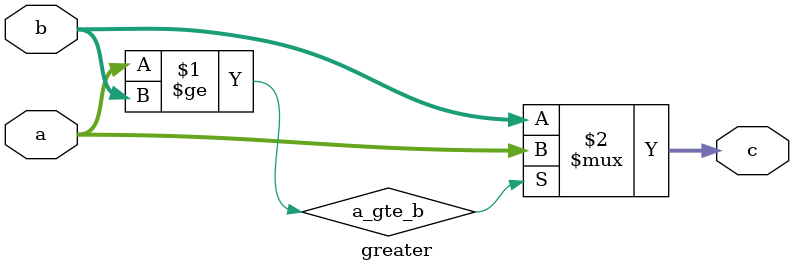
<source format=sv>
module greater(
		input logic [11:0] a,b,
		output logic [11:0] c
	);
	logic a_gte_b;
	assign a_gte_b = a >= b;
	assign c = a_gte_b ? a : b;
endmodule

</source>
